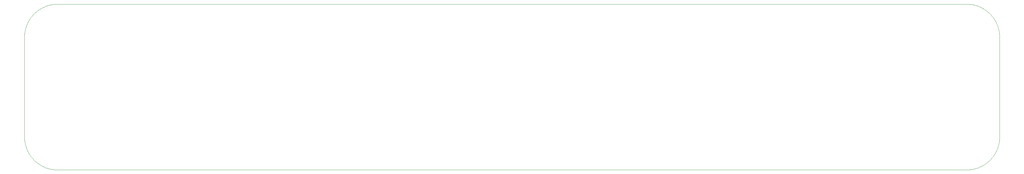
<source format=gtp>
G04 EAGLE Gerber RS-274X export*
G75*
%MOMM*%
%FSLAX34Y34*%
%LPD*%
%INSolder paste top*%
%IPPOS*%
%AMOC8*
5,1,8,0,0,1.08239X$1,22.5*%
G01*
%ADD10C,0.000000*%


D10*
X100000Y0D02*
X2840000Y0D01*
X2842416Y29D01*
X2844831Y117D01*
X2847243Y263D01*
X2849651Y467D01*
X2852054Y729D01*
X2854449Y1049D01*
X2856836Y1427D01*
X2859213Y1863D01*
X2861578Y2356D01*
X2863932Y2906D01*
X2866271Y3512D01*
X2868595Y4175D01*
X2870902Y4894D01*
X2873191Y5669D01*
X2875460Y6498D01*
X2877709Y7383D01*
X2879936Y8321D01*
X2882140Y9313D01*
X2884319Y10357D01*
X2886472Y11454D01*
X2888598Y12603D01*
X2890696Y13803D01*
X2892764Y15053D01*
X2894801Y16353D01*
X2896806Y17702D01*
X2898779Y19098D01*
X2900716Y20542D01*
X2902619Y22033D01*
X2904484Y23568D01*
X2906312Y25149D01*
X2908102Y26773D01*
X2909851Y28440D01*
X2911560Y30149D01*
X2913227Y31898D01*
X2914851Y33688D01*
X2916432Y35516D01*
X2917967Y37381D01*
X2919458Y39284D01*
X2920902Y41221D01*
X2922298Y43194D01*
X2923647Y45199D01*
X2924947Y47236D01*
X2926197Y49304D01*
X2927397Y51402D01*
X2928546Y53528D01*
X2929643Y55681D01*
X2930687Y57860D01*
X2931679Y60064D01*
X2932617Y62291D01*
X2933502Y64540D01*
X2934331Y66809D01*
X2935106Y69098D01*
X2935825Y71405D01*
X2936488Y73729D01*
X2937094Y76068D01*
X2937644Y78422D01*
X2938137Y80787D01*
X2938573Y83164D01*
X2938951Y85551D01*
X2939271Y87946D01*
X2939533Y90349D01*
X2939737Y92757D01*
X2939883Y95169D01*
X2939971Y97584D01*
X2940000Y100000D01*
X2940000Y400000D01*
X2939971Y402416D01*
X2939883Y404831D01*
X2939737Y407243D01*
X2939533Y409651D01*
X2939271Y412054D01*
X2938951Y414449D01*
X2938573Y416836D01*
X2938137Y419213D01*
X2937644Y421578D01*
X2937094Y423932D01*
X2936488Y426271D01*
X2935825Y428595D01*
X2935106Y430902D01*
X2934331Y433191D01*
X2933502Y435460D01*
X2932617Y437709D01*
X2931679Y439936D01*
X2930687Y442140D01*
X2929643Y444319D01*
X2928546Y446472D01*
X2927397Y448598D01*
X2926197Y450696D01*
X2924947Y452764D01*
X2923647Y454801D01*
X2922298Y456806D01*
X2920902Y458779D01*
X2919458Y460716D01*
X2917967Y462619D01*
X2916432Y464484D01*
X2914851Y466312D01*
X2913227Y468102D01*
X2911560Y469851D01*
X2909851Y471560D01*
X2908102Y473227D01*
X2906312Y474851D01*
X2904484Y476432D01*
X2902619Y477967D01*
X2900716Y479458D01*
X2898779Y480902D01*
X2896806Y482298D01*
X2894801Y483647D01*
X2892764Y484947D01*
X2890696Y486197D01*
X2888598Y487397D01*
X2886472Y488546D01*
X2884319Y489643D01*
X2882140Y490687D01*
X2879936Y491679D01*
X2877709Y492617D01*
X2875460Y493502D01*
X2873191Y494331D01*
X2870902Y495106D01*
X2868595Y495825D01*
X2866271Y496488D01*
X2863932Y497094D01*
X2861578Y497644D01*
X2859213Y498137D01*
X2856836Y498573D01*
X2854449Y498951D01*
X2852054Y499271D01*
X2849651Y499533D01*
X2847243Y499737D01*
X2844831Y499883D01*
X2842416Y499971D01*
X2840000Y500000D01*
X100000Y500000D01*
X97584Y499971D01*
X95169Y499883D01*
X92757Y499737D01*
X90349Y499533D01*
X87946Y499271D01*
X85551Y498951D01*
X83164Y498573D01*
X80787Y498137D01*
X78422Y497644D01*
X76068Y497094D01*
X73729Y496488D01*
X71405Y495825D01*
X69098Y495106D01*
X66809Y494331D01*
X64540Y493502D01*
X62291Y492617D01*
X60064Y491679D01*
X57860Y490687D01*
X55681Y489643D01*
X53528Y488546D01*
X51402Y487397D01*
X49304Y486197D01*
X47236Y484947D01*
X45199Y483647D01*
X43194Y482298D01*
X41221Y480902D01*
X39284Y479458D01*
X37381Y477967D01*
X35516Y476432D01*
X33688Y474851D01*
X31898Y473227D01*
X30149Y471560D01*
X28440Y469851D01*
X26773Y468102D01*
X25149Y466312D01*
X23568Y464484D01*
X22033Y462619D01*
X20542Y460716D01*
X19098Y458779D01*
X17702Y456806D01*
X16353Y454801D01*
X15053Y452764D01*
X13803Y450696D01*
X12603Y448598D01*
X11454Y446472D01*
X10357Y444319D01*
X9313Y442140D01*
X8321Y439936D01*
X7383Y437709D01*
X6498Y435460D01*
X5669Y433191D01*
X4894Y430902D01*
X4175Y428595D01*
X3512Y426271D01*
X2906Y423932D01*
X2356Y421578D01*
X1863Y419213D01*
X1427Y416836D01*
X1049Y414449D01*
X729Y412054D01*
X467Y409651D01*
X263Y407243D01*
X117Y404831D01*
X29Y402416D01*
X0Y400000D01*
X0Y100000D01*
X29Y97584D01*
X117Y95169D01*
X263Y92757D01*
X467Y90349D01*
X729Y87946D01*
X1049Y85551D01*
X1427Y83164D01*
X1863Y80787D01*
X2356Y78422D01*
X2906Y76068D01*
X3512Y73729D01*
X4175Y71405D01*
X4894Y69098D01*
X5669Y66809D01*
X6498Y64540D01*
X7383Y62291D01*
X8321Y60064D01*
X9313Y57860D01*
X10357Y55681D01*
X11454Y53528D01*
X12603Y51402D01*
X13803Y49304D01*
X15053Y47236D01*
X16353Y45199D01*
X17702Y43194D01*
X19098Y41221D01*
X20542Y39284D01*
X22033Y37381D01*
X23568Y35516D01*
X25149Y33688D01*
X26773Y31898D01*
X28440Y30149D01*
X30149Y28440D01*
X31898Y26773D01*
X33688Y25149D01*
X35516Y23568D01*
X37381Y22033D01*
X39284Y20542D01*
X41221Y19098D01*
X43194Y17702D01*
X45199Y16353D01*
X47236Y15053D01*
X49304Y13803D01*
X51402Y12603D01*
X53528Y11454D01*
X55681Y10357D01*
X57860Y9313D01*
X60064Y8321D01*
X62291Y7383D01*
X64540Y6498D01*
X66809Y5669D01*
X69098Y4894D01*
X71405Y4175D01*
X73729Y3512D01*
X76068Y2906D01*
X78422Y2356D01*
X80787Y1863D01*
X83164Y1427D01*
X85551Y1049D01*
X87946Y729D01*
X90349Y467D01*
X92757Y263D01*
X95169Y117D01*
X97584Y29D01*
X100000Y0D01*
M02*

</source>
